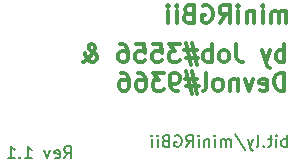
<source format=gbo>
%TF.GenerationSoftware,KiCad,Pcbnew,(6.0.0-0)*%
%TF.CreationDate,2022-08-03T15:32:14+03:00*%
%TF.ProjectId,miniRGBii,6d696e69-5247-4426-9969-2e6b69636164,1.1*%
%TF.SameCoordinates,Original*%
%TF.FileFunction,Legend,Bot*%
%TF.FilePolarity,Positive*%
%FSLAX46Y46*%
G04 Gerber Fmt 4.6, Leading zero omitted, Abs format (unit mm)*
G04 Created by KiCad (PCBNEW (6.0.0-0)) date 2022-08-03 15:32:14*
%MOMM*%
%LPD*%
G01*
G04 APERTURE LIST*
%ADD10C,0.300000*%
%ADD11C,0.150000*%
G04 APERTURE END LIST*
D10*
X218360000Y-54780571D02*
X218360000Y-53780571D01*
X218360000Y-53923428D02*
X218288571Y-53852000D01*
X218145714Y-53780571D01*
X217931428Y-53780571D01*
X217788571Y-53852000D01*
X217717142Y-53994857D01*
X217717142Y-54780571D01*
X217717142Y-53994857D02*
X217645714Y-53852000D01*
X217502857Y-53780571D01*
X217288571Y-53780571D01*
X217145714Y-53852000D01*
X217074285Y-53994857D01*
X217074285Y-54780571D01*
X216360000Y-54780571D02*
X216360000Y-53780571D01*
X216360000Y-53280571D02*
X216431428Y-53352000D01*
X216360000Y-53423428D01*
X216288571Y-53352000D01*
X216360000Y-53280571D01*
X216360000Y-53423428D01*
X215645714Y-53780571D02*
X215645714Y-54780571D01*
X215645714Y-53923428D02*
X215574285Y-53852000D01*
X215431428Y-53780571D01*
X215217142Y-53780571D01*
X215074285Y-53852000D01*
X215002857Y-53994857D01*
X215002857Y-54780571D01*
X214288571Y-54780571D02*
X214288571Y-53780571D01*
X214288571Y-53280571D02*
X214360000Y-53352000D01*
X214288571Y-53423428D01*
X214217142Y-53352000D01*
X214288571Y-53280571D01*
X214288571Y-53423428D01*
X212717142Y-54780571D02*
X213217142Y-54066285D01*
X213574285Y-54780571D02*
X213574285Y-53280571D01*
X213002857Y-53280571D01*
X212860000Y-53352000D01*
X212788571Y-53423428D01*
X212717142Y-53566285D01*
X212717142Y-53780571D01*
X212788571Y-53923428D01*
X212860000Y-53994857D01*
X213002857Y-54066285D01*
X213574285Y-54066285D01*
X211288571Y-53352000D02*
X211431428Y-53280571D01*
X211645714Y-53280571D01*
X211860000Y-53352000D01*
X212002857Y-53494857D01*
X212074285Y-53637714D01*
X212145714Y-53923428D01*
X212145714Y-54137714D01*
X212074285Y-54423428D01*
X212002857Y-54566285D01*
X211860000Y-54709142D01*
X211645714Y-54780571D01*
X211502857Y-54780571D01*
X211288571Y-54709142D01*
X211217142Y-54637714D01*
X211217142Y-54137714D01*
X211502857Y-54137714D01*
X210074285Y-53994857D02*
X209860000Y-54066285D01*
X209788571Y-54137714D01*
X209717142Y-54280571D01*
X209717142Y-54494857D01*
X209788571Y-54637714D01*
X209860000Y-54709142D01*
X210002857Y-54780571D01*
X210574285Y-54780571D01*
X210574285Y-53280571D01*
X210074285Y-53280571D01*
X209931428Y-53352000D01*
X209860000Y-53423428D01*
X209788571Y-53566285D01*
X209788571Y-53709142D01*
X209860000Y-53852000D01*
X209931428Y-53923428D01*
X210074285Y-53994857D01*
X210574285Y-53994857D01*
X209074285Y-54780571D02*
X209074285Y-53780571D01*
X209074285Y-53280571D02*
X209145714Y-53352000D01*
X209074285Y-53423428D01*
X209002857Y-53352000D01*
X209074285Y-53280571D01*
X209074285Y-53423428D01*
X208360000Y-54780571D02*
X208360000Y-53780571D01*
X208360000Y-53280571D02*
X208431428Y-53352000D01*
X208360000Y-53423428D01*
X208288571Y-53352000D01*
X208360000Y-53280571D01*
X208360000Y-53423428D01*
X218197857Y-58093071D02*
X218197857Y-56593071D01*
X218197857Y-57164500D02*
X218055000Y-57093071D01*
X217769285Y-57093071D01*
X217626428Y-57164500D01*
X217555000Y-57235928D01*
X217483571Y-57378785D01*
X217483571Y-57807357D01*
X217555000Y-57950214D01*
X217626428Y-58021642D01*
X217769285Y-58093071D01*
X218055000Y-58093071D01*
X218197857Y-58021642D01*
X216983571Y-57093071D02*
X216626428Y-58093071D01*
X216269285Y-57093071D02*
X216626428Y-58093071D01*
X216769285Y-58450214D01*
X216840714Y-58521642D01*
X216983571Y-58593071D01*
X214126428Y-56593071D02*
X214126428Y-57664500D01*
X214197857Y-57878785D01*
X214340714Y-58021642D01*
X214555000Y-58093071D01*
X214697857Y-58093071D01*
X213197857Y-58093071D02*
X213340714Y-58021642D01*
X213412142Y-57950214D01*
X213483571Y-57807357D01*
X213483571Y-57378785D01*
X213412142Y-57235928D01*
X213340714Y-57164500D01*
X213197857Y-57093071D01*
X212983571Y-57093071D01*
X212840714Y-57164500D01*
X212769285Y-57235928D01*
X212697857Y-57378785D01*
X212697857Y-57807357D01*
X212769285Y-57950214D01*
X212840714Y-58021642D01*
X212983571Y-58093071D01*
X213197857Y-58093071D01*
X212055000Y-58093071D02*
X212055000Y-56593071D01*
X212055000Y-57164500D02*
X211912142Y-57093071D01*
X211626428Y-57093071D01*
X211483571Y-57164500D01*
X211412142Y-57235928D01*
X211340714Y-57378785D01*
X211340714Y-57807357D01*
X211412142Y-57950214D01*
X211483571Y-58021642D01*
X211626428Y-58093071D01*
X211912142Y-58093071D01*
X212055000Y-58021642D01*
X210769285Y-57093071D02*
X209697857Y-57093071D01*
X210340714Y-56450214D02*
X210769285Y-58378785D01*
X209840714Y-57735928D02*
X210912142Y-57735928D01*
X210269285Y-58378785D02*
X209840714Y-56450214D01*
X209340714Y-56593071D02*
X208412142Y-56593071D01*
X208912142Y-57164500D01*
X208697857Y-57164500D01*
X208555000Y-57235928D01*
X208483571Y-57307357D01*
X208412142Y-57450214D01*
X208412142Y-57807357D01*
X208483571Y-57950214D01*
X208555000Y-58021642D01*
X208697857Y-58093071D01*
X209126428Y-58093071D01*
X209269285Y-58021642D01*
X209340714Y-57950214D01*
X207055000Y-56593071D02*
X207769285Y-56593071D01*
X207840714Y-57307357D01*
X207769285Y-57235928D01*
X207626428Y-57164500D01*
X207269285Y-57164500D01*
X207126428Y-57235928D01*
X207055000Y-57307357D01*
X206983571Y-57450214D01*
X206983571Y-57807357D01*
X207055000Y-57950214D01*
X207126428Y-58021642D01*
X207269285Y-58093071D01*
X207626428Y-58093071D01*
X207769285Y-58021642D01*
X207840714Y-57950214D01*
X205626428Y-56593071D02*
X206340714Y-56593071D01*
X206412142Y-57307357D01*
X206340714Y-57235928D01*
X206197857Y-57164500D01*
X205840714Y-57164500D01*
X205697857Y-57235928D01*
X205626428Y-57307357D01*
X205555000Y-57450214D01*
X205555000Y-57807357D01*
X205626428Y-57950214D01*
X205697857Y-58021642D01*
X205840714Y-58093071D01*
X206197857Y-58093071D01*
X206340714Y-58021642D01*
X206412142Y-57950214D01*
X204269285Y-56593071D02*
X204555000Y-56593071D01*
X204697857Y-56664500D01*
X204769285Y-56735928D01*
X204912142Y-56950214D01*
X204983571Y-57235928D01*
X204983571Y-57807357D01*
X204912142Y-57950214D01*
X204840714Y-58021642D01*
X204697857Y-58093071D01*
X204412142Y-58093071D01*
X204269285Y-58021642D01*
X204197857Y-57950214D01*
X204126428Y-57807357D01*
X204126428Y-57450214D01*
X204197857Y-57307357D01*
X204269285Y-57235928D01*
X204412142Y-57164500D01*
X204697857Y-57164500D01*
X204840714Y-57235928D01*
X204912142Y-57307357D01*
X204983571Y-57450214D01*
X201126428Y-58093071D02*
X201197857Y-58093071D01*
X201340714Y-58021642D01*
X201555000Y-57807357D01*
X201912142Y-57378785D01*
X202055000Y-57164500D01*
X202126428Y-56950214D01*
X202126428Y-56807357D01*
X202055000Y-56664500D01*
X201912142Y-56593071D01*
X201840714Y-56593071D01*
X201697857Y-56664500D01*
X201626428Y-56807357D01*
X201626428Y-56878785D01*
X201697857Y-57021642D01*
X201769285Y-57093071D01*
X202197857Y-57378785D01*
X202269285Y-57450214D01*
X202340714Y-57593071D01*
X202340714Y-57807357D01*
X202269285Y-57950214D01*
X202197857Y-58021642D01*
X202055000Y-58093071D01*
X201840714Y-58093071D01*
X201697857Y-58021642D01*
X201626428Y-57950214D01*
X201412142Y-57664500D01*
X201340714Y-57450214D01*
X201340714Y-57307357D01*
X218197857Y-60508071D02*
X218197857Y-59008071D01*
X217840714Y-59008071D01*
X217626428Y-59079500D01*
X217483571Y-59222357D01*
X217412142Y-59365214D01*
X217340714Y-59650928D01*
X217340714Y-59865214D01*
X217412142Y-60150928D01*
X217483571Y-60293785D01*
X217626428Y-60436642D01*
X217840714Y-60508071D01*
X218197857Y-60508071D01*
X216126428Y-60436642D02*
X216269285Y-60508071D01*
X216555000Y-60508071D01*
X216697857Y-60436642D01*
X216769285Y-60293785D01*
X216769285Y-59722357D01*
X216697857Y-59579500D01*
X216555000Y-59508071D01*
X216269285Y-59508071D01*
X216126428Y-59579500D01*
X216055000Y-59722357D01*
X216055000Y-59865214D01*
X216769285Y-60008071D01*
X215555000Y-59508071D02*
X215197857Y-60508071D01*
X214840714Y-59508071D01*
X214269285Y-59508071D02*
X214269285Y-60508071D01*
X214269285Y-59650928D02*
X214197857Y-59579500D01*
X214055000Y-59508071D01*
X213840714Y-59508071D01*
X213697857Y-59579500D01*
X213626428Y-59722357D01*
X213626428Y-60508071D01*
X212697857Y-60508071D02*
X212840714Y-60436642D01*
X212912142Y-60365214D01*
X212983571Y-60222357D01*
X212983571Y-59793785D01*
X212912142Y-59650928D01*
X212840714Y-59579500D01*
X212697857Y-59508071D01*
X212483571Y-59508071D01*
X212340714Y-59579500D01*
X212269285Y-59650928D01*
X212197857Y-59793785D01*
X212197857Y-60222357D01*
X212269285Y-60365214D01*
X212340714Y-60436642D01*
X212483571Y-60508071D01*
X212697857Y-60508071D01*
X211340714Y-60508071D02*
X211483571Y-60436642D01*
X211555000Y-60293785D01*
X211555000Y-59008071D01*
X210840714Y-59508071D02*
X209769285Y-59508071D01*
X210412142Y-58865214D02*
X210840714Y-60793785D01*
X209912142Y-60150928D02*
X210983571Y-60150928D01*
X210340714Y-60793785D02*
X209912142Y-58865214D01*
X209197857Y-60508071D02*
X208912142Y-60508071D01*
X208769285Y-60436642D01*
X208697857Y-60365214D01*
X208555000Y-60150928D01*
X208483571Y-59865214D01*
X208483571Y-59293785D01*
X208555000Y-59150928D01*
X208626428Y-59079500D01*
X208769285Y-59008071D01*
X209055000Y-59008071D01*
X209197857Y-59079500D01*
X209269285Y-59150928D01*
X209340714Y-59293785D01*
X209340714Y-59650928D01*
X209269285Y-59793785D01*
X209197857Y-59865214D01*
X209055000Y-59936642D01*
X208769285Y-59936642D01*
X208626428Y-59865214D01*
X208555000Y-59793785D01*
X208483571Y-59650928D01*
X207983571Y-59008071D02*
X207055000Y-59008071D01*
X207555000Y-59579500D01*
X207340714Y-59579500D01*
X207197857Y-59650928D01*
X207126428Y-59722357D01*
X207055000Y-59865214D01*
X207055000Y-60222357D01*
X207126428Y-60365214D01*
X207197857Y-60436642D01*
X207340714Y-60508071D01*
X207769285Y-60508071D01*
X207912142Y-60436642D01*
X207983571Y-60365214D01*
X205769285Y-59008071D02*
X206055000Y-59008071D01*
X206197857Y-59079500D01*
X206269285Y-59150928D01*
X206412142Y-59365214D01*
X206483571Y-59650928D01*
X206483571Y-60222357D01*
X206412142Y-60365214D01*
X206340714Y-60436642D01*
X206197857Y-60508071D01*
X205912142Y-60508071D01*
X205769285Y-60436642D01*
X205697857Y-60365214D01*
X205626428Y-60222357D01*
X205626428Y-59865214D01*
X205697857Y-59722357D01*
X205769285Y-59650928D01*
X205912142Y-59579500D01*
X206197857Y-59579500D01*
X206340714Y-59650928D01*
X206412142Y-59722357D01*
X206483571Y-59865214D01*
X204340714Y-59008071D02*
X204626428Y-59008071D01*
X204769285Y-59079500D01*
X204840714Y-59150928D01*
X204983571Y-59365214D01*
X205055000Y-59650928D01*
X205055000Y-60222357D01*
X204983571Y-60365214D01*
X204912142Y-60436642D01*
X204769285Y-60508071D01*
X204483571Y-60508071D01*
X204340714Y-60436642D01*
X204269285Y-60365214D01*
X204197857Y-60222357D01*
X204197857Y-59865214D01*
X204269285Y-59722357D01*
X204340714Y-59650928D01*
X204483571Y-59579500D01*
X204769285Y-59579500D01*
X204912142Y-59650928D01*
X204983571Y-59722357D01*
X205055000Y-59865214D01*
D11*
X218414404Y-65274380D02*
X218414404Y-64274380D01*
X218414404Y-64655333D02*
X218319166Y-64607714D01*
X218128690Y-64607714D01*
X218033452Y-64655333D01*
X217985833Y-64702952D01*
X217938214Y-64798190D01*
X217938214Y-65083904D01*
X217985833Y-65179142D01*
X218033452Y-65226761D01*
X218128690Y-65274380D01*
X218319166Y-65274380D01*
X218414404Y-65226761D01*
X217509642Y-65274380D02*
X217509642Y-64607714D01*
X217509642Y-64274380D02*
X217557261Y-64322000D01*
X217509642Y-64369619D01*
X217462023Y-64322000D01*
X217509642Y-64274380D01*
X217509642Y-64369619D01*
X217176309Y-64607714D02*
X216795357Y-64607714D01*
X217033452Y-64274380D02*
X217033452Y-65131523D01*
X216985833Y-65226761D01*
X216890595Y-65274380D01*
X216795357Y-65274380D01*
X216462023Y-65179142D02*
X216414404Y-65226761D01*
X216462023Y-65274380D01*
X216509642Y-65226761D01*
X216462023Y-65179142D01*
X216462023Y-65274380D01*
X215842976Y-65274380D02*
X215938214Y-65226761D01*
X215985833Y-65131523D01*
X215985833Y-64274380D01*
X215557261Y-64607714D02*
X215319166Y-65274380D01*
X215081071Y-64607714D02*
X215319166Y-65274380D01*
X215414404Y-65512476D01*
X215462023Y-65560095D01*
X215557261Y-65607714D01*
X213985833Y-64226761D02*
X214842976Y-65512476D01*
X213652500Y-65274380D02*
X213652500Y-64607714D01*
X213652500Y-64702952D02*
X213604880Y-64655333D01*
X213509642Y-64607714D01*
X213366785Y-64607714D01*
X213271547Y-64655333D01*
X213223928Y-64750571D01*
X213223928Y-65274380D01*
X213223928Y-64750571D02*
X213176309Y-64655333D01*
X213081071Y-64607714D01*
X212938214Y-64607714D01*
X212842976Y-64655333D01*
X212795357Y-64750571D01*
X212795357Y-65274380D01*
X212319166Y-65274380D02*
X212319166Y-64607714D01*
X212319166Y-64274380D02*
X212366785Y-64322000D01*
X212319166Y-64369619D01*
X212271547Y-64322000D01*
X212319166Y-64274380D01*
X212319166Y-64369619D01*
X211842976Y-64607714D02*
X211842976Y-65274380D01*
X211842976Y-64702952D02*
X211795357Y-64655333D01*
X211700119Y-64607714D01*
X211557261Y-64607714D01*
X211462023Y-64655333D01*
X211414404Y-64750571D01*
X211414404Y-65274380D01*
X210938214Y-65274380D02*
X210938214Y-64607714D01*
X210938214Y-64274380D02*
X210985833Y-64322000D01*
X210938214Y-64369619D01*
X210890595Y-64322000D01*
X210938214Y-64274380D01*
X210938214Y-64369619D01*
X209890595Y-65274380D02*
X210223928Y-64798190D01*
X210462023Y-65274380D02*
X210462023Y-64274380D01*
X210081071Y-64274380D01*
X209985833Y-64322000D01*
X209938214Y-64369619D01*
X209890595Y-64464857D01*
X209890595Y-64607714D01*
X209938214Y-64702952D01*
X209985833Y-64750571D01*
X210081071Y-64798190D01*
X210462023Y-64798190D01*
X208938214Y-64322000D02*
X209033452Y-64274380D01*
X209176309Y-64274380D01*
X209319166Y-64322000D01*
X209414404Y-64417238D01*
X209462023Y-64512476D01*
X209509642Y-64702952D01*
X209509642Y-64845809D01*
X209462023Y-65036285D01*
X209414404Y-65131523D01*
X209319166Y-65226761D01*
X209176309Y-65274380D01*
X209081071Y-65274380D01*
X208938214Y-65226761D01*
X208890595Y-65179142D01*
X208890595Y-64845809D01*
X209081071Y-64845809D01*
X208128690Y-64750571D02*
X207985833Y-64798190D01*
X207938214Y-64845809D01*
X207890595Y-64941047D01*
X207890595Y-65083904D01*
X207938214Y-65179142D01*
X207985833Y-65226761D01*
X208081071Y-65274380D01*
X208462023Y-65274380D01*
X208462023Y-64274380D01*
X208128690Y-64274380D01*
X208033452Y-64322000D01*
X207985833Y-64369619D01*
X207938214Y-64464857D01*
X207938214Y-64560095D01*
X207985833Y-64655333D01*
X208033452Y-64702952D01*
X208128690Y-64750571D01*
X208462023Y-64750571D01*
X207462023Y-65274380D02*
X207462023Y-64607714D01*
X207462023Y-64274380D02*
X207509642Y-64322000D01*
X207462023Y-64369619D01*
X207414404Y-64322000D01*
X207462023Y-64274380D01*
X207462023Y-64369619D01*
X206985833Y-65274380D02*
X206985833Y-64607714D01*
X206985833Y-64274380D02*
X207033452Y-64322000D01*
X206985833Y-64369619D01*
X206938214Y-64322000D01*
X206985833Y-64274380D01*
X206985833Y-64369619D01*
X199556428Y-66238380D02*
X199889761Y-65762190D01*
X200127857Y-66238380D02*
X200127857Y-65238380D01*
X199746904Y-65238380D01*
X199651666Y-65286000D01*
X199604047Y-65333619D01*
X199556428Y-65428857D01*
X199556428Y-65571714D01*
X199604047Y-65666952D01*
X199651666Y-65714571D01*
X199746904Y-65762190D01*
X200127857Y-65762190D01*
X198746904Y-66190761D02*
X198842142Y-66238380D01*
X199032619Y-66238380D01*
X199127857Y-66190761D01*
X199175476Y-66095523D01*
X199175476Y-65714571D01*
X199127857Y-65619333D01*
X199032619Y-65571714D01*
X198842142Y-65571714D01*
X198746904Y-65619333D01*
X198699285Y-65714571D01*
X198699285Y-65809809D01*
X199175476Y-65905047D01*
X198365952Y-65571714D02*
X198127857Y-66238380D01*
X197889761Y-65571714D01*
X196223095Y-66238380D02*
X196794523Y-66238380D01*
X196508809Y-66238380D02*
X196508809Y-65238380D01*
X196604047Y-65381238D01*
X196699285Y-65476476D01*
X196794523Y-65524095D01*
X195794523Y-66143142D02*
X195746904Y-66190761D01*
X195794523Y-66238380D01*
X195842142Y-66190761D01*
X195794523Y-66143142D01*
X195794523Y-66238380D01*
X194794523Y-66238380D02*
X195365952Y-66238380D01*
X195080238Y-66238380D02*
X195080238Y-65238380D01*
X195175476Y-65381238D01*
X195270714Y-65476476D01*
X195365952Y-65524095D01*
%LPC*%
M02*

</source>
